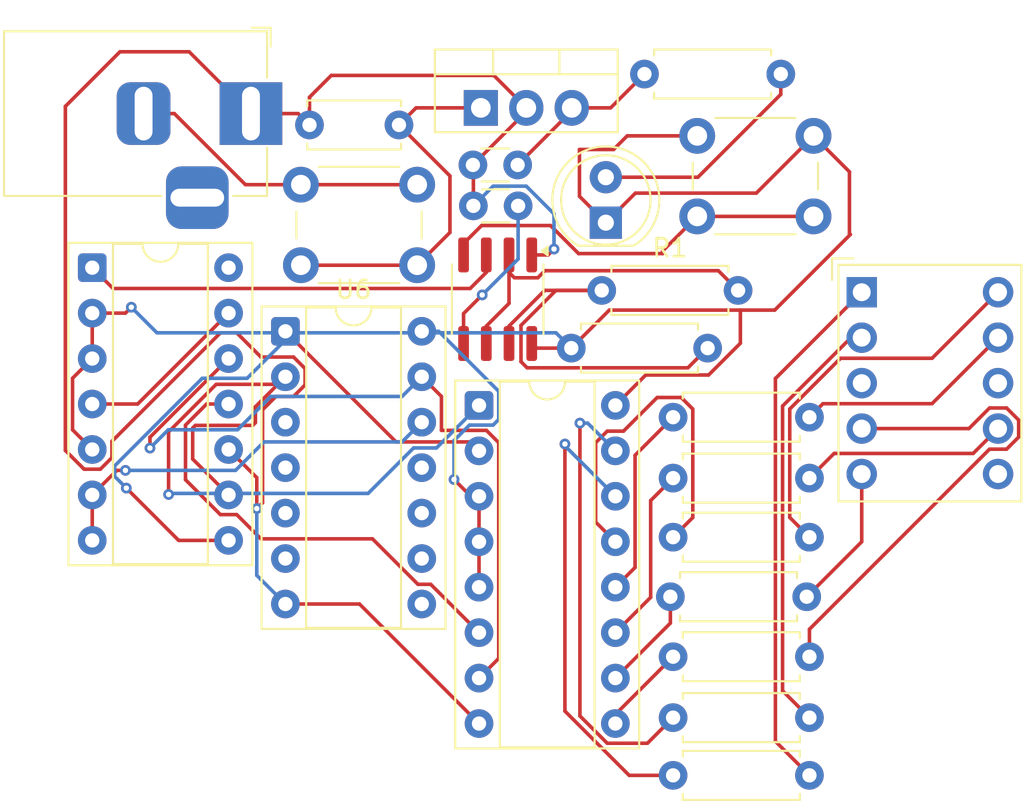
<source format=kicad_pcb>
(kicad_pcb (version 20241229) (generator "pcbnew") (generator_version "9.0")
  (layers (0 "F.Cu" signal) (2 "B.Cu" signal) (13 "F.Paste" user) (15 "B.Paste" user) (5 "F.SilkS" user "F.Silkscreen") (7 "B.SilkS" user "B.Silkscreen") (1 "F.Mask" user) (3 "B.Mask" user) (25 "Edge.Cuts" user))
  (net 0 "")
  (net 1 "Net-(U5-VO)")
  (net 2 "GND")
  (net 3 "Net-(U1-CV)")
  (net 4 "Net-(SW2-B)")
  (net 5 "Net-(D1-K)")
  (net 6 "Net-(D1-A)")
  (net 7 "Net-(SW2-A)")
  (net 8 "Net-(U1-THR)")
  (net 9 "Net-(U1-DIS)")
  (net 10 "Net-(U4-B)")
  (net 11 "Net-(U3-b)")
  (net 12 "Net-(U3-c)")
  (net 13 "Net-(U4-C)")
  (net 14 "Net-(U4-A)")
  (net 15 "Net-(U3-a)")
  (net 16 "Net-(U4-D)")
  (net 17 "Net-(U3-d)")
  (net 18 "Net-(U3-e)")
  (net 19 "Net-(U4-E)")
  (net 20 "Net-(U4-F)")
  (net 21 "Net-(U3-f)")
  (net 22 "Net-(U3-g)")
  (net 23 "Net-(U4-G)")
  (net 24 "Net-(SW1-B)")
  (net 25 "Net-(U1-Q)")
  (net 26 "Net-(U2-Q3)")
  (net 27 "Net-(U2-Q2)")
  (net 28 "Net-(U2-R9(1))")
  (net 30 "Net-(U2-Q1)")
  (net 31 "Net-(U2-Q0)")
  (footprint "Resistor_THT:R_Axial_DIN0207_L6.3mm_D2.5mm_P7.62mm_Horizontal" (layer "F.Cu") (at 109.8804 70.4088)
    (property "Reference" "R4" (hide yes))
    (property "Value" "220" (hide yes))
    (pad "1" thru_hole circle (at 0 0) (size 1.6 1.6) (drill 0.8) (layers "*.Cu" "*.Mask") (net 12 "Net-(U3-c)"))
    (pad "2" thru_hole circle (at 7.62 0) (size 1.6 1.6) (drill 0.8) (layers "*.Cu" "*.Mask") (net 13 "Net-(U4-C)"))
  )
  (footprint "Package_DIP:DIP-16_W7.62mm_Socket" (layer "F.Cu") (at 99.0346 66.3448)
    (property "Reference" "U3" (hide yes))
    (property "Value" "74LS47" (hide yes))
    (pad "1" thru_hole roundrect (at 0 0) (size 1.6 1.6) (drill 0.8) (layers "*.Cu" "*.Mask") (roundrect_rratio 0.15625) (net 30 "Net-(U2-Q1)"))
    (pad "2" thru_hole circle (at 0 2.54) (size 1.6 1.6) (drill 0.8) (layers "*.Cu" "*.Mask") (net 27 "Net-(U2-Q2)"))
    (pad "3" thru_hole circle (at 0 5.08) (size 1.6 1.6) (drill 0.8) (layers "*.Cu" "*.Mask") (net 5 "Net-(D1-K)"))
    (pad "4" thru_hole circle (at 0 7.62) (size 1.6 1.6) (drill 0.8) (layers "*.Cu" "*.Mask") (net 5 "Net-(D1-K)"))
    (pad "5" thru_hole circle (at 0 10.16) (size 1.6 1.6) (drill 0.8) (layers "*.Cu" "*.Mask") (net 5 "Net-(D1-K)"))
    (pad "6" thru_hole circle (at 0 12.7) (size 1.6 1.6) (drill 0.8) (layers "*.Cu" "*.Mask") (net 26 "Net-(U2-Q3)"))
    (pad "7" thru_hole circle (at 0 15.24) (size 1.6 1.6) (drill 0.8) (layers "*.Cu" "*.Mask") (net 31 "Net-(U2-Q0)"))
    (pad "8" thru_hole circle (at 0 17.78) (size 1.6 1.6) (drill 0.8) (layers "*.Cu" "*.Mask") (net 2 "GND"))
    (pad "9" thru_hole circle (at 7.62 17.78) (size 1.6 1.6) (drill 0.8) (layers "*.Cu" "*.Mask") (net 18 "Net-(U3-e)"))
    (pad "10" thru_hole circle (at 7.62 15.24) (size 1.6 1.6) (drill 0.8) (layers "*.Cu" "*.Mask") (net 17 "Net-(U3-d)"))
    (pad "11" thru_hole circle (at 7.62 12.7) (size 1.6 1.6) (drill 0.8) (layers "*.Cu" "*.Mask") (net 12 "Net-(U3-c)"))
    (pad "12" thru_hole circle (at 7.62 10.16) (size 1.6 1.6) (drill 0.8) (layers "*.Cu" "*.Mask") (net 11 "Net-(U3-b)"))
    (pad "13" thru_hole circle (at 7.62 7.62) (size 1.6 1.6) (drill 0.8) (layers "*.Cu" "*.Mask") (net 15 "Net-(U3-a)"))
    (pad "14" thru_hole circle (at 7.62 5.08) (size 1.6 1.6) (drill 0.8) (layers "*.Cu" "*.Mask") (net 22 "Net-(U3-g)"))
    (pad "15" thru_hole circle (at 7.62 2.54) (size 1.6 1.6) (drill 0.8) (layers "*.Cu" "*.Mask") (net 21 "Net-(U3-f)"))
    (pad "16" thru_hole circle (at 7.62 0) (size 1.6 1.6) (drill 0.8) (layers "*.Cu" "*.Mask") (net 5 "Net-(D1-K)"))
  )
  (footprint "Capacitor_THT:C_Disc_D5.0mm_W2.5mm_P5.00mm" (layer "F.Cu") (at 89.5604 50.673)
    (property "Reference" "C5" (hide yes))
    (property "Value" "0.33uF" (hide yes))
    (pad "1" thru_hole circle (at 0 0) (size 1.6 1.6) (drill 0.8) (layers "*.Cu" "*.Mask") (net 2 "GND"))
    (pad "2" thru_hole circle (at 5 0) (size 1.6 1.6) (drill 0.8) (layers "*.Cu" "*.Mask") (net 4 "Net-(SW2-B)"))
  )
  (footprint "Resistor_THT:R_Axial_DIN0207_L6.3mm_D2.5mm_P7.62mm_Horizontal" (layer "F.Cu") (at 109.8804 67.0052)
    (property "Reference" "R3" (hide yes))
    (property "Value" "220" (hide yes))
    (pad "1" thru_hole circle (at 0 0) (size 1.6 1.6) (drill 0.8) (layers "*.Cu" "*.Mask") (net 11 "Net-(U3-b)"))
    (pad "2" thru_hole circle (at 7.62 0) (size 1.6 1.6) (drill 0.8) (layers "*.Cu" "*.Mask") (net 10 "Net-(U4-B)"))
  )
  (footprint "Resistor_THT:R_Axial_DIN0207_L6.3mm_D2.5mm_P7.62mm_Horizontal" (layer "F.Cu") (at 109.8804 80.391)
    (property "Reference" "R7" (hide yes))
    (property "Value" "220" (hide yes))
    (pad "1" thru_hole circle (at 0 0) (size 1.6 1.6) (drill 0.8) (layers "*.Cu" "*.Mask") (net 18 "Net-(U3-e)"))
    (pad "2" thru_hole circle (at 7.62 0) (size 1.6 1.6) (drill 0.8) (layers "*.Cu" "*.Mask") (net 19 "Net-(U4-E)"))
  )
  (footprint "Package_DIP:DIP-14_W7.62mm_Socket" (layer "F.Cu") (at 88.2142 62.2046)
    (property "Reference" "U6" (at 3.81 -2.33 0) (layer "F.SilkS"))
    (property "Value" "74LS11" (hide yes))
    (pad "1" thru_hole roundrect (at 0 0) (size 1.6 1.6) (drill 0.8) (layers "*.Cu" "*.Mask") (roundrect_rratio 0.15625) (net 27 "Net-(U2-Q2)"))
    (pad "2" thru_hole circle (at 0 2.54) (size 1.6 1.6) (drill 0.8) (layers "*.Cu" "*.Mask") (net 30 "Net-(U2-Q1)"))
    (pad "3" thru_hole circle (at 0 5.08) (size 1.6 1.6) (drill 0.8) (layers "*.Cu" "*.Mask"))
    (pad "4" thru_hole circle (at 0 7.62) (size 1.6 1.6) (drill 0.8) (layers "*.Cu" "*.Mask"))
    (pad "5" thru_hole circle (at 0 10.16) (size 1.6 1.6) (drill 0.8) (layers "*.Cu" "*.Mask"))
    (pad "6" thru_hole circle (at 0 12.7) (size 1.6 1.6) (drill 0.8) (layers "*.Cu" "*.Mask"))
    (pad "7" thru_hole circle (at 0 15.24) (size 1.6 1.6) (drill 0.8) (layers "*.Cu" "*.Mask") (net 2 "GND"))
    (pad "8" thru_hole circle (at 7.62 15.24) (size 1.6 1.6) (drill 0.8) (layers "*.Cu" "*.Mask"))
    (pad "9" thru_hole circle (at 7.62 12.7) (size 1.6 1.6) (drill 0.8) (layers "*.Cu" "*.Mask"))
    (pad "10" thru_hole circle (at 7.62 10.16) (size 1.6 1.6) (drill 0.8) (layers "*.Cu" "*.Mask"))
    (pad "11" thru_hole circle (at 7.62 7.62) (size 1.6 1.6) (drill 0.8) (layers "*.Cu" "*.Mask"))
    (pad "12" thru_hole circle (at 7.62 5.08) (size 1.6 1.6) (drill 0.8) (layers "*.Cu" "*.Mask") (net 28 "Net-(U2-R9(1))"))
    (pad "13" thru_hole circle (at 7.62 2.54) (size 1.6 1.6) (drill 0.8) (layers "*.Cu" "*.Mask") (net 31 "Net-(U2-Q0)"))
    (pad "14" thru_hole circle (at 7.62 0) (size 1.6 1.6) (drill 0.8) (layers "*.Cu" "*.Mask") (net 5 "Net-(D1-K)"))
  )
  (footprint "Package_TO_SOT_THT:TO-220-3_Vertical" (layer "F.Cu") (at 99.1362 49.718)
    (property "Reference" "U5" (hide yes))
    (property "Value" "LM7805_TO220" (hide yes))
    (pad "1" thru_hole rect (at 0 0) (size 1.905 2) (drill 1.1) (layers "*.Cu" "*.Mask") (net 4 "Net-(SW2-B)"))
    (pad "2" thru_hole oval (at 2.54 0) (size 1.905 2) (drill 1.1) (layers "*.Cu" "*.Mask") (net 2 "GND"))
    (pad "3" thru_hole oval (at 5.08 0) (size 1.905 2) (drill 1.1) (layers "*.Cu" "*.Mask") (net 1 "Net-(U5-VO)"))
  )
  (footprint "Resistor_THT:R_Axial_DIN0207_L6.3mm_D2.5mm_P7.62mm_Horizontal" (layer "F.Cu") (at 109.8804 73.7108)
    (property "Reference" "R5" (hide yes))
    (property "Value" "220" (hide yes))
    (pad "1" thru_hole circle (at 0 0) (size 1.6 1.6) (drill 0.8) (layers "*.Cu" "*.Mask") (net 15 "Net-(U3-a)"))
    (pad "2" thru_hole circle (at 7.62 0) (size 1.6 1.6) (drill 0.8) (layers "*.Cu" "*.Mask") (net 14 "Net-(U4-A)"))
  )
  (footprint "Package_DIP:DIP-14_W7.62mm_Socket" (layer "F.Cu") (at 77.4192 58.6486)
    (property "Reference" "U2" (hide yes))
    (property "Value" "74LS90" (hide yes))
    (pad "1" thru_hole roundrect (at 0 0) (size 1.6 1.6) (drill 0.8) (layers "*.Cu" "*.Mask") (roundrect_rratio 0.15625) (net 25 "Net-(U1-Q)"))
    (pad "2" thru_hole circle (at 0 2.54) (size 1.6 1.6) (drill 0.8) (layers "*.Cu" "*.Mask") (net 5 "Net-(D1-K)"))
    (pad "3" thru_hole circle (at 0 5.08) (size 1.6 1.6) (drill 0.8) (layers "*.Cu" "*.Mask") (net 5 "Net-(D1-K)"))
    (pad "4" thru_hole circle (at 0 7.62) (size 1.6 1.6) (drill 0.8) (layers "*.Cu" "*.Mask"))
    (pad "5" thru_hole circle (at 0 10.16) (size 1.6 1.6) (drill 0.8) (layers "*.Cu" "*.Mask") (net 5 "Net-(D1-K)"))
    (pad "6" thru_hole circle (at 0 12.7) (size 1.6 1.6) (drill 0.8) (layers "*.Cu" "*.Mask") (net 28 "Net-(U2-R9(1))"))
    (pad "7" thru_hole circle (at 0 15.24) (size 1.6 1.6) (drill 0.8) (layers "*.Cu" "*.Mask") (net 28 "Net-(U2-R9(1))"))
    (pad "8" thru_hole circle (at 7.62 15.24) (size 1.6 1.6) (drill 0.8) (layers "*.Cu" "*.Mask") (net 27 "Net-(U2-Q2)"))
    (pad "9" thru_hole circle (at 7.62 12.7) (size 1.6 1.6) (drill 0.8) (layers "*.Cu" "*.Mask") (net 30 "Net-(U2-Q1)"))
    (pad "10" thru_hole circle (at 7.62 10.16) (size 1.6 1.6) (drill 0.8) (layers "*.Cu" "*.Mask") (net 2 "GND"))
    (pad "11" thru_hole circle (at 7.62 7.62) (size 1.6 1.6) (drill 0.8) (layers "*.Cu" "*.Mask") (net 26 "Net-(U2-Q3)"))
    (pad "12" thru_hole circle (at 7.62 5.08) (size 1.6 1.6) (drill 0.8) (layers "*.Cu" "*.Mask") (net 31 "Net-(U2-Q0)"))
    (pad "13" thru_hole circle (at 7.62 2.54) (size 1.6 1.6) (drill 0.8) (layers "*.Cu" "*.Mask"))
    (pad "14" thru_hole circle (at 7.62 0) (size 1.6 1.6) (drill 0.8) (layers "*.Cu" "*.Mask"))
  )
  (footprint "Resistor_THT:R_Axial_DIN0207_L6.3mm_D2.5mm_P7.62mm_Horizontal" (layer "F.Cu") (at 115.9002 47.8282 180)
    (property "Reference" "R2" (hide yes))
    (property "Value" "10k")
    (pad "1" thru_hole circle (at 0 0 180) (size 1.6 1.6) (drill 0.8) (layers "*.Cu" "*.Mask") (net 6 "Net-(D1-A)"))
    (pad "2" thru_hole circle (at 7.62 0 180) (size 1.6 1.6) (drill 0.8) (layers "*.Cu" "*.Mask") (net 1 "Net-(U5-VO)"))
  )
  (footprint "Resistor_THT:R_Axial_DIN0207_L6.3mm_D2.5mm_P7.62mm_Horizontal" (layer "F.Cu") (at 104.1908 63.1444)
    (property "Reference" "R10" (hide yes))
    (property "Value" "100k" (hide yes))
    (pad "1" thru_hole circle (at 0 0) (size 1.6 1.6) (drill 0.8) (layers "*.Cu" "*.Mask") (net 5 "Net-(D1-K)"))
    (pad "2" thru_hole circle (at 7.62 0) (size 1.6 1.6) (drill 0.8) (layers "*.Cu" "*.Mask") (net 9 "Net-(U1-DIS)"))
  )
  (footprint "Package_SO:SOIC-8_3.9x4.9mm_P1.27mm" (layer "F.Cu") (at 100.076 60.4124 -90)
    (property "Reference" "U1" (hide yes))
    (property "Value" "NE555D" (hide yes))
    (pad "1" smd roundrect (at -2.475 -1.905 270) (size 1.95 0.6) (layers "F.Cu" "F.Mask" "F.Paste") (net 2 "GND"))
    (pad "2" smd roundrect (at -2.475 -0.635 270) (size 1.95 0.6) (layers "F.Cu" "F.Mask" "F.Paste") (net 8 "Net-(U1-THR)"))
    (pad "3" smd roundrect (at -2.475 0.635 270) (size 1.95 0.6) (layers "F.Cu" "F.Mask" "F.Paste") (net 25 "Net-(U1-Q)"))
    (pad "4" smd roundrect (at -2.475 1.905 270) (size 1.95 0.6) (layers "F.Cu" "F.Mask" "F.Paste") (net 24 "Net-(SW1-B)"))
    (pad "5" smd roundrect (at 2.475 1.905 270) (size 1.95 0.6) (layers "F.Cu" "F.Mask" "F.Paste") (net 3 "Net-(U1-CV)"))
    (pad "6" smd roundrect (at 2.475 0.635 270) (size 1.95 0.6) (layers "F.Cu" "F.Mask" "F.Paste") (net 8 "Net-(U1-THR)"))
    (pad "7" smd roundrect (at 2.475 -0.635 270) (size 1.95 0.6) (layers "F.Cu" "F.Mask" "F.Paste") (net 9 "Net-(U1-DIS)"))
    (pad "8" smd roundrect (at 2.475 -1.905 270) (size 1.95 0.6) (layers "F.Cu" "F.Mask" "F.Paste") (net 5 "Net-(D1-K)"))
  )
  (footprint "Resistor_THT:R_Axial_DIN0207_L6.3mm_D2.5mm_P7.62mm_Horizontal" (layer "F.Cu") (at 109.728 77.0382)
    (property "Reference" "R6" (hide yes))
    (property "Value" "220" (hide yes))
    (pad "1" thru_hole circle (at 0 0) (size 1.6 1.6) (drill 0.8) (layers "*.Cu" "*.Mask") (net 17 "Net-(U3-d)"))
    (pad "2" thru_hole circle (at 7.62 0) (size 1.6 1.6) (drill 0.8) (layers "*.Cu" "*.Mask") (net 16 "Net-(U4-D)"))
  )
  (footprint "Resistor_THT:R_Axial_DIN0207_L6.3mm_D2.5mm_P7.62mm_Horizontal" (layer "F.Cu") (at 109.8804 87.0204)
    (property "Reference" "R9" (hide yes))
    (property "Value" "220" (hide yes))
    (pad "1" thru_hole circle (at 0 0) (size 1.6 1.6) (drill 0.8) (layers "*.Cu" "*.Mask") (net 22 "Net-(U3-g)"))
    (pad "2" thru_hole circle (at 7.62 0) (size 1.6 1.6) (drill 0.8) (layers "*.Cu" "*.Mask") (net 23 "Net-(U4-G)"))
  )
  (footprint "Capacitor_THT:C_Disc_D3.0mm_W1.6mm_P2.50mm" (layer "F.Cu") (at 98.719 55.1942)
    (property "Reference" "C4" (hide yes))
    (property "Value" "0.01uF" (hide yes))
    (pad "1" thru_hole circle (at 0 0) (size 1.6 1.6) (drill 0.8) (layers "*.Cu" "*.Mask") (net 2 "GND"))
    (pad "2" thru_hole circle (at 2.5 0) (size 1.6 1.6) (drill 0.8) (layers "*.Cu" "*.Mask") (net 3 "Net-(U1-CV)"))
  )
  (footprint "Display_7Segment:Sx39-1xxxxx" (layer "F.Cu") (at 120.4219 60.0207)
    (property "Reference" "U4" (hide yes))
    (property "Value" "SC39-11EWA")
    (pad "1" thru_hole rect (at 0 0) (size 1.7 1.7) (drill 1) (layers "*.Cu" "*.Mask") (net 23 "Net-(U4-G)"))
    (pad "2" thru_hole circle (at 0 2.54) (size 1.7 1.7) (drill 1) (layers "*.Cu" "*.Mask") (net 20 "Net-(U4-F)"))
    (pad "3" thru_hole circle (at 0 5.08) (size 1.7 1.7) (drill 1) (layers "*.Cu" "*.Mask"))
    (pad "4" thru_hole circle (at 0 7.62) (size 1.7 1.7) (drill 1) (layers "*.Cu" "*.Mask") (net 19 "Net-(U4-E)"))
    (pad "5" thru_hole circle (at 0 10.16) (size 1.7 1.7) (drill 1) (layers "*.Cu" "*.Mask") (net 16 "Net-(U4-D)"))
    (pad "6" thru_hole circle (at 7.62 10.16) (size 1.7 1.7) (drill 1) (layers "*.Cu" "*.Mask"))
    (pad "7" thru_hole circle (at 7.62 7.62) (size 1.7 1.7) (drill 1) (layers "*.Cu" "*.Mask") (net 13 "Net-(U4-C)"))
    (pad "8" thru_hole circle (at 7.62 5.08) (size 1.7 1.7) (drill 1) (layers "*.Cu" "*.Mask"))
    (pad "9" thru_hole circle (at 7.62 2.54) (size 1.7 1.7) (drill 1) (layers "*.Cu" "*.Mask") (net 10 "Net-(U4-B)"))
    (pad "10" thru_hole circle (at 7.62 0) (size 1.7 1.7) (drill 1) (layers "*.Cu" "*.Mask") (net 14 "Net-(U4-A)"))
  )
  (footprint "LED_THT:LED_D5.0mm" (layer "F.Cu") (at 106.1212 56.134 90)
    (property "Reference" "D1" (hide yes))
    (property "Value" "LED")
    (pad "1" thru_hole rect (at 0 0 90) (size 1.8 1.8) (drill 0.9) (layers "*.Cu" "*.Mask") (net 5 "Net-(D1-K)"))
    (pad "2" thru_hole circle (at 2.54 0 90) (size 1.8 1.8) (drill 0.9) (layers "*.Cu" "*.Mask") (net 6 "Net-(D1-A)"))
  )
  (footprint "Resistor_THT:R_Axial_DIN0207_L6.3mm_D2.5mm_P7.62mm_Horizontal" (layer "F.Cu") (at 105.8926 59.9186)
    (property "Reference" "R1" (at 3.81 -2.37 0) (layer "F.SilkS"))
    (property "Value" "10k" (hide yes))
    (pad "1" thru_hole circle (at 0 0) (size 1.6 1.6) (drill 0.8) (layers "*.Cu" "*.Mask") (net 9 "Net-(U1-DIS)"))
    (pad "2" thru_hole circle (at 7.62 0) (size 1.6 1.6) (drill 0.8) (layers "*.Cu" "*.Mask") (net 8 "Net-(U1-THR)"))
  )
  (footprint "Button_Switch_THT:SW_PUSH_6mm" (layer "F.Cu") (at 111.229 51.2826)
    (property "Reference" "SW1" (hide yes))
    (property "Value" "SW_SPST" (hide yes))
    (pad "1" thru_hole circle (at 0 0 90) (size 2 2) (drill 1.1) (layers "*.Cu" "*.Mask") (net 5 "Net-(D1-K)"))
    (pad "1" thru_hole circle (at 6.5 0 90) (size 2 2) (drill 1.1) (layers "*.Cu" "*.Mask") (net 5 "Net-(D1-K)"))
    (pad "2" thru_hole circle (at 0 4.5 90) (size 2 2) (drill 1.1) (layers "*.Cu" "*.Mask") (net 24 "Net-(SW1-B)"))
    (pad "2" thru_hole circle (at 6.5 4.5 90) (size 2 2) (drill 1.1) (layers "*.Cu" "*.Mask") (net 24 "Net-(SW1-B)"))
  )
  (footprint "Capacitor_THT:C_Disc_D3.0mm_W1.6mm_P2.50mm" (layer "F.Cu") (at 98.6936 52.9082)
    (property "Reference" "C3" (hide yes))
    (property "Value" "0.1uF" (hide yes))
    (pad "1" thru_hole circle (at 0 0) (size 1.6 1.6) (drill 0.8) (layers "*.Cu" "*.Mask") (net 2 "GND"))
    (pad "2" thru_hole circle (at 2.5 0) (size 1.6 1.6) (drill 0.8) (layers "*.Cu" "*.Mask") (net 1 "Net-(U5-VO)"))
  )
  (footprint "Resistor_THT:R_Axial_DIN0207_L6.3mm_D2.5mm_P7.62mm_Horizontal" (layer "F.Cu") (at 109.8804 83.7946)
    (property "Reference" "R8" (hide yes))
    (property "Value" "220" (hide yes))
    (pad "1" thru_hole circle (at 0 0) (size 1.6 1.6) (drill 0.8) (layers "*.Cu" "*.Mask") (net 21 "Net-(U3-f)"))
    (pad "2" thru_hole circle (at 7.62 0) (size 1.6 1.6) (drill 0.8) (layers "*.Cu" "*.Mask") (net 20 "Net-(U4-F)"))
  )
  (footprint "Button_Switch_THT:SW_PUSH_6mm" (layer "F.Cu") (at 89.079 54.011)
    (property "Reference" "SW2" (hide yes))
    (property "Value" "SW_SPST" (hide yes))
    (pad "1" thru_hole circle (at 0 0 90) (size 2 2) (drill 1.1) (layers "*.Cu" "*.Mask") (net 7 "Net-(SW2-A)"))
    (pad "1" thru_hole circle (at 6.5 0 90) (size 2 2) (drill 1.1) (layers "*.Cu" "*.Mask") (net 7 "Net-(SW2-A)"))
    (pad "2" thru_hole circle (at 0 4.5 90) (size 2 2) (drill 1.1) (layers "*.Cu" "*.Mask") (net 4 "Net-(SW2-B)"))
    (pad "2" thru_hole circle (at 6.5 4.5 90) (size 2 2) (drill 1.1) (layers "*.Cu" "*.Mask") (net 4 "Net-(SW2-B)"))
  )
  (footprint "Connector_BarrelJack:BarrelJack_Horizontal" (layer "F.Cu") (at 86.2894 50.038)
    (property "Reference" "J1" (hide yes))
    (property "Value" "Barrel_Jack")
    (pad "1" thru_hole rect (at 0 0) (size 3.5 3.5) (drill oval 1 3) (layers "*.Cu" "*.Mask") (net 2 "GND"))
    (pad "2" thru_hole roundrect (at -6 0) (size 3 3.5) (drill oval 1 3) (layers "*.Cu" "*.Mask") (net 7 "Net-(SW2-A)"))
    (pad "3" thru_hole roundrect (at -3 4.7) (size 3.5 3.5) (drill oval 3 1) (layers "*.Cu" "*.Mask"))
  )
  (segment (start 77.4192 66.2686) (end 79.9592 66.2686) (width 0.2) (layer "F.Cu") (net 0))
  (segment (start 79.9592 66.2686) (end 85.0392 61.1886) (width 0.2) (layer "F.Cu") (net 0))
  (segment (start 106.3904 49.718) (end 108.2802 47.8282) (width 0.2) (layer "F.Cu") (net 1))
  (segment (start 104.2162 49.718) (end 104.2162 49.8856) (width 0.2) (layer "F.Cu") (net 1))
  (segment (start 104.2162 49.718) (end 106.3904 49.718) (width 0.2) (layer "F.Cu") (net 1))
  (segment (start 104.2162 49.8856) (end 101.1936 52.9082) (width 0.2) (layer "F.Cu") (net 1))
  (segment (start 76.96315 69.9096) (end 75.9172 68.86365) (width 0.2) (layer "F.Cu") (net 2))
  (segment (start 85.0392 68.8086) (end 86.614 70.3834) (width 0.2) (layer "F.Cu") (net 2))
  (segment (start 101.6762 49.9256) (end 101.6762 49.718) (width 0.2) (layer "F.Cu") (net 2))
  (segment (start 89.3152 64.28855) (end 88.67025 63.6436) (width 0.2) (layer "F.Cu") (net 2))
  (segment (start 89.5604 49.1236) (end 89.5604 50.673) (width 0.2) (layer "F.Cu") (net 2))
  (segment (start 102.8954 57.9374) (end 103.2256 57.6072) (width 0.2) (layer "F.Cu") (net 2))
  (segment (start 75.9172 68.86365) (end 75.9172 49.635) (width 0.2) (layer "F.Cu") (net 2))
  (segment (start 101.6762 49.718) (end 99.8626 47.9044) (width 0.2) (layer "F.Cu") (net 2))
  (segment (start 84.58315 62.2896) (end 78.5202 68.35255) (width 0.2) (layer "F.Cu") (net 2))
  (segment (start 87.6803 65.8456) (end 88.67025 65.8456) (width 0.2) (layer "F.Cu") (net 2))
  (segment (start 86.614 72.1106) (end 86.9388 71.7858) (width 0.2) (layer "F.Cu") (net 2))
  (segment (start 75.9172 49.635) (end 78.9686 46.5836) (width 0.2) (layer "F.Cu") (net 2))
  (segment (start 92.3544 77.4446) (end 99.0346 84.1248) (width 0.2) (layer "F.Cu") (net 2))
  (segment (start 98.719 52.9336) (end 98.6936 52.9082) (width 0.2) (layer "F.Cu") (net 2))
  (segment (start 99.8626 47.9044) (end 90.7796 47.9044) (width 0.2) (layer "F.Cu") (net 2))
  (segment (start 78.5202 68.35255) (end 78.5202 69.26465) (width 0.2) (layer "F.Cu") (net 2))
  (segment (start 86.9388 66.5871) (end 87.6803 65.8456) (width 0.2) (layer "F.Cu") (net 2))
  (segment (start 86.2894 50.038) (end 88.9254 50.038) (width 0.2) (layer "F.Cu") (net 2))
  (segment (start 88.9254 50.038) (end 89.5604 50.673) (width 0.2) (layer "F.Cu") (net 2))
  (segment (start 78.5202 69.26465) (end 77.87525 69.9096) (width 0.2) (layer "F.Cu") (net 2))
  (segment (start 86.9388 71.7858) (end 86.9388 66.5871) (width 0.2) (layer "F.Cu") (net 2))
  (segment (start 86.84925 63.6436) (end 85.49525 62.2896) (width 0.2) (layer "F.Cu") (net 2))
  (segment (start 86.2894 49.3758) (end 86.2894 50.038) (width 0.2) (layer "F.Cu") (net 2))
  (segment (start 82.835 46.5836) (end 86.2894 50.038) (width 0.2) (layer "F.Cu") (net 2))
  (segment (start 88.2142 77.4446) (end 92.3544 77.4446) (width 0.2) (layer "F.Cu") (net 2))
  (segment (start 98.719 55.1942) (end 98.719 52.9336) (width 0.2) (layer "F.Cu") (net 2))
  (segment (start 101.981 57.9374) (end 102.8954 57.9374) (width 0.2) (layer "F.Cu") (net 2))
  (segment (start 88.67025 65.8456) (end 89.3152 65.20065) (width 0.2) (layer "F.Cu") (net 2))
  (segment (start 85.49525 62.2896) (end 84.58315 62.2896) (width 0.2) (layer "F.Cu") (net 2))
  (segment (start 89.3152 65.20065) (end 89.3152 64.28855) (width 0.2) (layer "F.Cu") (net 2))
  (segment (start 90.7796 47.9044) (end 89.5604 49.1236) (width 0.2) (layer "F.Cu") (net 2))
  (segment (start 78.9686 46.5836) (end 82.835 46.5836) (width 0.2) (layer "F.Cu") (net 2))
  (segment (start 86.614 70.3834) (end 86.614 72.1106) (width 0.2) (layer "F.Cu") (net 2))
  (segment (start 98.6936 52.9082) (end 101.6762 49.9256) (width 0.2) (layer "F.Cu") (net 2))
  (segment (start 88.67025 63.6436) (end 86.84925 63.6436) (width 0.2) (layer "F.Cu") (net 2))
  (segment (start 77.87525 69.9096) (end 76.96315 69.9096) (width 0.2) (layer "F.Cu") (net 2))
  (via (at 86.614 72.1106) (size 0.6) (drill 0.3) (layers "F.Cu" "B.Cu") (net 2))
  (via (at 103.2256 57.6072) (size 0.6) (drill 0.3) (layers "F.Cu" "B.Cu") (net 2))
  (segment (start 86.614 75.8444) (end 88.2142 77.4446) (width 0.2) (layer "B.Cu") (net 2))
  (segment (start 86.614 72.1106) (end 86.614 75.8444) (width 0.2) (layer "B.Cu") (net 2))
  (segment (start 101.67505 54.0932) (end 99.82 54.0932) (width 0.2) (layer "B.Cu") (net 2))
  (segment (start 103.2256 57.6072) (end 103.2256 55.64375) (width 0.2) (layer "B.Cu") (net 2))
  (segment (start 103.2256 55.64375) (end 101.67505 54.0932) (width 0.2) (layer "B.Cu") (net 2))
  (segment (start 99.82 54.0932) (end 98.719 55.1942) (width 0.2) (layer "B.Cu") (net 2))
  (segment (start 98.171 61.214) (end 99.2124 60.1726) (width 0.2) (layer "F.Cu") (net 3))
  (segment (start 98.171 62.8874) (end 98.171 61.214) (width 0.2) (layer "F.Cu") (net 3))
  (via (at 99.2124 60.1726) (size 0.6) (drill 0.3) (layers "F.Cu" "B.Cu") (net 3))
  (segment (start 99.2124 60.1726) (end 101.219 58.166) (width 0.2) (layer "B.Cu") (net 3))
  (segment (start 101.219 58.166) (end 101.219 55.1942) (width 0.2) (layer "B.Cu") (net 3))
  (segment (start 94.5604 50.673) (end 97.409 53.5216) (width 0.2) (layer "F.Cu") (net 4))
  (segment (start 97.409 56.681) (end 95.579 58.511) (width 0.2) (layer "F.Cu") (net 4))
  (segment (start 97.409 53.5216) (end 97.409 56.681) (width 0.2) (layer "F.Cu") (net 4))
  (segment (start 89.079 58.511) (end 95.579 58.511) (width 0.2) (layer "F.Cu") (net 4))
  (segment (start 99.1362 49.718) (end 95.5154 49.718) (width 0.2) (layer "F.Cu") (net 4))
  (segment (start 95.5154 49.718) (end 94.5604 50.673) (width 0.2) (layer "F.Cu") (net 4))
  (segment (start 117.729 51.2826) (end 114.53 54.4816) (width 0.2) (layer "F.Cu") (net 5))
  (segment (start 98.5774 71.4248) (end 97.6376 70.485) (width 0.2) (layer "F.Cu") (net 5))
  (segment (start 99.0346 71.4248) (end 98.5774 71.4248) (width 0.2) (layer "F.Cu") (net 5))
  (segment (start 77.4192 63.7286) (end 77.4192 61.1886) (width 0.2) (layer "F.Cu") (net 5))
  (segment (start 108.353 64.6464) (end 111.86585 64.6464) (width 0.2) (layer "F.Cu") (net 5))
  (segment (start 107.315 51.2826) (end 111.229 51.2826) (width 0.2) (layer "F.Cu") (net 5))
  (segment (start 106.3156 61.0196) (end 113.6396 61.0196) (width 0.2) (layer "F.Cu") (net 5))
  (segment (start 106.6546 66.3448) (end 108.353 64.6464) (width 0.2) (layer "F.Cu") (net 5))
  (segment (start 76.3182 67.7076) (end 76.3182 64.8296) (width 0.2) (layer "F.Cu") (net 5))
  (segment (start 102.238 63.1444) (end 101.981 62.8874) (width 0.2) (layer "F.Cu") (net 5))
  (segment (start 104.1908 63.1444) (end 106.3156 61.0196) (width 0.2) (layer "F.Cu") (net 5))
  (segment (start 79.2734 61.1886) (end 79.6036 60.8584) (width 0.2) (layer "F.Cu") (net 5))
  (segment (start 104.648 54.6608) (end 104.648 52.0446) (width 0.2) (layer "F.Cu") (net 5))
  (segment (start 119.7356 53.2892) (end 117.729 51.2826) (width 0.2) (layer "F.Cu") (net 5))
  (segment (start 104.648 52.0446) (end 106.553 52.0446) (width 0.2) (layer "F.Cu") (net 5))
  (segment (start 115.5612 61.0196) (end 119.7864 56.7944) (width 0.2) (layer "F.Cu") (net 5))
  (segment (start 77.4192 68.8086) (end 76.3182 67.7076) (width 0.2) (layer "F.Cu") (net 5))
  (segment (start 99.0346 76.5048) (end 99.0346 73.9648) (width 0.2) (layer "F.Cu") (net 5))
  (segment (start 113.6396 62.87265) (end 113.6396 61.0196) (width 0.2) (layer "F.Cu") (net 5))
  (segment (start 77.4192 61.1886) (end 79.2734 61.1886) (width 0.2) (layer "F.Cu") (net 5))
  (segment (start 119.7864 56.7944) (end 119.7356 56.7436) (width 0.2) (layer "F.Cu") (net 5))
  (segment (start 107.7736 54.4816) (end 106.1212 56.134) (width 0.2) (layer "F.Cu") (net 5))
  (segment (start 114.53 54.4816) (end 107.7736 54.4816) (width 0.2) (layer "F.Cu") (net 5))
  (segment (start 106.553 52.0446) (end 107.315 51.2826) (width 0.2) (layer "F.Cu") (net 5))
  (segment (start 113.6396 61.0196) (end 115.5612 61.0196) (width 0.2) (layer "F.Cu") (net 5))
  (segment (start 119.7356 56.7436) (end 119.7356 53.2892) (width 0.2) (layer "F.Cu") (net 5))
  (segment (start 106.1212 56.134) (end 104.648 54.6608) (width 0.2) (layer "F.Cu") (net 5))
  (segment (start 104.1908 63.1444) (end 102.238 63.1444) (width 0.2) (layer "F.Cu") (net 5))
  (segment (start 99.0346 73.9648) (end 99.0346 71.4248) (width 0.2) (layer "F.Cu") (net 5))
  (segment (start 111.86585 64.6464) (end 113.6396 62.87265) (width 0.2) (layer "F.Cu") (net 5))
  (segment (start 76.3182 64.8296) (end 77.4192 63.7286) (width 0.2) (layer "F.Cu") (net 5))
  (via (at 79.6036 60.8584) (size 0.6) (drill 0.3) (layers "F.Cu" "B.Cu") (net 5))
  (via (at 97.6376 70.485) (size 0.6) (drill 0.3) (layers "F.Cu" "B.Cu") (net 5))
  (segment (start 100.1356 67.12996) (end 100.1356 65.55964) (width 0.2) (layer "B.Cu") (net 5))
  (segment (start 100.1356 65.55964) (end 96.78056 62.2046) (width 0.2) (layer "B.Cu") (net 5))
  (segment (start 79.6036 60.8584) (end 81.0348 62.2896) (width 0.2) (layer "B.Cu") (net 5))
  (segment (start 97.6376 70.485) (end 97.6376 68.3089) (width 0.2) (layer "B.Cu") (net 5))
  (segment (start 81.0348 62.2896) (end 103.336 62.2896) (width 0.2) (layer "B.Cu") (net 5))
  (segment (start 103.336 62.2896) (end 104.1908 63.1444) (width 0.2) (layer "B.Cu") (net 5))
  (segment (start 96.78056 62.2046) (end 95.8342 62.2046) (width 0.2) (layer "B.Cu") (net 5))
  (segment (start 97.6376 68.3089) (end 98.5007 67.4458) (width 0.2) (layer "B.Cu") (net 5))
  (segment (start 99.81976 67.4458) (end 100.1356 67.12996) (width 0.2) (layer "B.Cu") (net 5))
  (segment (start 98.5007 67.4458) (end 99.81976 67.4458) (width 0.2) (layer "B.Cu") (net 5))
  (segment (start 111.26577 53.594) (end 106.1212 53.594) (width 0.2) (layer "F.Cu") (net 6))
  (segment (start 115.9002 48.95957) (end 111.26577 53.594) (width 0.2) (layer "F.Cu") (net 6))
  (segment (start 115.9002 47.8282) (end 115.9002 48.95957) (width 0.2) (layer "F.Cu") (net 6))
  (segment (start 82.009812 50.038) (end 85.982812 54.011) (width 0.2) (layer "F.Cu") (net 7))
  (segment (start 95.579 54.011) (end 89.079 54.011) (width 0.2) (layer "F.Cu") (net 7))
  (segment (start 80.2894 50.038) (end 82.009812 50.038) (width 0.2) (layer "F.Cu") (net 7))
  (segment (start 85.982812 54.011) (end 89.079 54.011) (width 0.2) (layer "F.Cu") (net 7))
  (segment (start 99.441 62.8874) (end 99.441 61.912401) (width 0.2) (layer "F.Cu") (net 8))
  (segment (start 102.717768 58.8176) (end 102.321968 59.2134) (width 0.2) (layer "F.Cu") (net 8))
  (segment (start 112.4116 58.8176) (end 102.717768 58.8176) (width 0.2) (layer "F.Cu") (net 8))
  (segment (start 101.012001 59.2134) (end 100.711 58.912399) (width 0.2) (layer "F.Cu") (net 8))
  (segment (start 102.321968 59.2134) (end 101.012001 59.2134) (width 0.2) (layer "F.Cu") (net 8))
  (segment (start 113.5126 59.9186) (end 112.4116 58.8176) (width 0.2) (layer "F.Cu") (net 8))
  (segment (start 99.441 61.912401) (end 100.711 60.642401) (width 0.2) (layer "F.Cu") (net 8))
  (segment (start 100.711 58.912399) (end 100.711 57.9374) (width 0.2) (layer "F.Cu") (net 8))
  (segment (start 100.711 60.642401) (end 100.711 57.9374) (width 0.2) (layer "F.Cu") (net 8))
  (segment (start 105.4862 60.325) (end 105.8926 59.9186) (width 0.2) (layer "F.Cu") (net 9))
  (segment (start 100.711 61.912401) (end 100.711 62.8874) (width 0.2) (layer "F.Cu") (net 9))
  (segment (start 101.38 63.903368) (end 101.722032 64.2454) (width 0.2) (layer "F.Cu") (net 9))
  (segment (start 102.7048 59.9186) (end 100.711 61.912401) (width 0.2) (layer "F.Cu") (net 9))
  (segment (start 105.8926 59.9186) (end 103.332832 59.9186) (width 0.2) (layer "F.Cu") (net 9))
  (segment (start 110.7098 64.2454) (end 111.8108 63.1444) (width 0.2) (layer "F.Cu") (net 9))
  (segment (start 103.332832 59.9186) (end 101.38 61.871432) (width 0.2) (layer "F.Cu") (net 9))
  (segment (start 101.38 61.871432) (end 101.38 63.903368) (width 0.2) (layer "F.Cu") (net 9))
  (segment (start 101.722032 64.2454) (end 110.7098 64.2454) (width 0.2) (layer "F.Cu") (net 9))
  (segment (start 105.8926 59.9186) (end 102.7048 59.9186) (width 0.2) (layer "F.Cu") (net 9))
  (segment (start 117.5004 67.0052) (end 118.2539 66.2517) (width 0.2) (layer "F.Cu") (net 10))
  (segment (start 118.2539 66.2517) (end 124.3509 66.2517) (width 0.2) (layer "F.Cu") (net 10))
  (segment (start 124.3509 66.2517) (end 128.0419 62.5607) (width 0.2) (layer "F.Cu") (net 10))
  (segment (start 107.7556 75.4038) (end 106.6546 76.5048) (width 0.2) (layer "F.Cu") (net 11))
  (segment (start 109.8804 67.0052) (end 107.7556 69.13) (width 0.2) (layer "F.Cu") (net 11))
  (segment (start 107.7556 69.13) (end 107.7556 75.4038) (width 0.2) (layer "F.Cu") (net 11))
  (segment (start 109.8804 70.4088) (end 108.627 71.6622) (width 0.2) (layer "F.Cu") (net 12))
  (segment (start 108.627 77.0724) (end 106.6546 79.0448) (width 0.2) (layer "F.Cu") (net 12))
  (segment (start 108.627 71.6622) (end 108.627 77.0724) (width 0.2) (layer "F.Cu") (net 12))
  (segment (start 117.5004 70.4088) (end 118.8795 69.0297) (width 0.2) (layer "F.Cu") (net 13))
  (segment (start 126.6529 69.0297) (end 128.0419 67.6407) (width 0.2) (layer "F.Cu") (net 13))
  (segment (start 118.8795 69.0297) (end 126.6529 69.0297) (width 0.2) (layer "F.Cu") (net 13))
  (segment (start 119.23685 63.7117) (end 124.3509 63.7117) (width 0.2) (layer "F.Cu") (net 14))
  (segment (start 117.5004 73.7108) (end 116.3994 72.6098) (width 0.2) (layer "F.Cu") (net 14))
  (segment (start 124.3509 63.7117) (end 128.0419 60.0207) (width 0.2) (layer "F.Cu") (net 14))
  (segment (start 116.3994 66.54915) (end 119.23685 63.7117) (width 0.2) (layer "F.Cu") (net 14))
  (segment (start 116.3994 72.6098) (end 116.3994 66.54915) (width 0.2) (layer "F.Cu") (net 14))
  (segment (start 105.5536 68.42875) (end 105.5536 72.8638) (width 0.2) (layer "F.Cu") (net 15))
  (segment (start 106.19855 67.7838) (end 105.5536 68.42875) (width 0.2) (layer "F.Cu") (net 15))
  (segment (start 109.8804 73.7108) (end 110.9814 72.6098) (width 0.2) (layer "F.Cu") (net 15))
  (segment (start 110.9814 72.6098) (end 110.9814 66.54915) (width 0.2) (layer "F.Cu") (net 15))
  (segment (start 110.9814 66.54915) (end 110.33645 65.9042) (width 0.2) (layer "F.Cu") (net 15))
  (segment (start 108.99025 65.9042) (end 107.11065 67.7838) (width 0.2) (layer "F.Cu") (net 15))
  (segment (start 105.5536 72.8638) (end 106.6546 73.9648) (width 0.2) (layer "F.Cu") (net 15))
  (segment (start 110.33645 65.9042) (end 108.99025 65.9042) (width 0.2) (layer "F.Cu") (net 15))
  (segment (start 107.11065 67.7838) (end 106.19855 67.7838) (width 0.2) (layer "F.Cu") (net 15))
  (segment (start 117.348 77.0382) (end 120.4219 73.9643) (width 0.2) (layer "F.Cu") (net 16))
  (segment (start 120.4219 73.9643) (end 120.4219 70.1807) (width 0.2) (layer "F.Cu") (net 16))
  (segment (start 109.728 78.5114) (end 106.6546 81.5848) (width 0.2) (layer "F.Cu") (net 17))
  (segment (start 109.728 77.0382) (end 109.728 78.5114) (width 0.2) (layer "F.Cu") (net 17))
  (segment (start 109.8804 80.391) (end 106.6546 83.6168) (width 0.2) (layer "F.Cu") (net 18))
  (segment (start 106.6546 83.6168) (end 106.6546 84.1248) (width 0.2) (layer "F.Cu") (net 18))
  (segment (start 117.5004 80.391) (end 117.5004 78.85644) (width 0.2) (layer "F.Cu") (net 19))
  (segment (start 127.56514 68.7917) (end 128.51866 68.7917) (width 0.2) (layer "F.Cu") (net 19))
  (segment (start 129.1929 68.11746) (end 129.1929 67.16394) (width 0.2) (layer "F.Cu") (net 19))
  (segment (start 128.51866 68.7917) (end 129.1929 68.11746) (width 0.2) (layer "F.Cu") (net 19))
  (segment (start 126.41414 67.6407) (end 120.4219 67.6407) (width 0.2) (layer "F.Cu") (net 19))
  (segment (start 128.51866 66.4897) (end 127.56514 66.4897) (width 0.2) (layer "F.Cu") (net 19))
  (segment (start 127.56514 66.4897) (end 126.41414 67.6407) (width 0.2) (layer "F.Cu") (net 19))
  (segment (start 117.5004 78.85644) (end 127.56514 68.7917) (width 0.2) (layer "F.Cu") (net 19))
  (segment (start 129.1929 67.16394) (end 128.51866 66.4897) (width 0.2) (layer "F.Cu") (net 19))
  (segment (start 119.82075 62.5607) (end 120.4219 62.5607) (width 0.2) (layer "F.Cu") (net 20))
  (segment (start 115.9984 66.38305) (end 119.82075 62.5607) (width 0.2) (layer "F.Cu") (net 20))
  (segment (start 117.5004 83.7946) (end 115.9984 82.2926) (width 0.2) (layer "F.Cu") (net 20))
  (segment (start 115.9984 82.2926) (end 115.9984 66.38305) (width 0.2) (layer "F.Cu") (net 20))
  (segment (start 104.6734 83.70065) (end 104.6734 67.3354) (width 0.2) (layer "F.Cu") (net 21))
  (segment (start 106.19855 85.2258) (end 104.6734 83.70065) (width 0.2) (layer "F.Cu") (net 21))
  (segment (start 109.8804 83.7946) (end 108.4492 85.2258) (width 0.2) (layer "F.Cu") (net 21))
  (segment (start 108.4492 85.2258) (end 106.19855 85.2258) (width 0.2) (layer "F.Cu") (net 21))
  (via (at 104.6734 67.3354) (size 0.6) (drill 0.3) (layers "F.Cu" "B.Cu") (net 21))
  (segment (start 104.6734 67.3354) (end 105.1052 67.3354) (width 0.2) (layer "B.Cu") (net 21))
  (segment (start 105.1052 67.3354) (end 106.6546 68.8848) (width 0.2) (layer "B.Cu") (net 21))
  (segment (start 109.8804 87.0204) (end 107.42605 87.0204) (width 0.2) (layer "F.Cu") (net 22))
  (segment (start 103.8352 83.42955) (end 103.8352 68.5038) (width 0.2) (layer "F.Cu") (net 22))
  (segment (start 107.42605 87.0204) (end 103.8352 83.42955) (width 0.2) (layer "F.Cu") (net 22))
  (via (at 103.8352 68.5038) (size 0.6) (drill 0.3) (layers "F.Cu" "B.Cu") (net 22))
  (segment (start 103.8352 68.6054) (end 106.6546 71.4248) (width 0.2) (layer "B.Cu") (net 22))
  (segment (start 103.8352 68.5038) (end 103.8352 68.6054) (width 0.2) (layer "B.Cu") (net 22))
  (segment (start 115.5974 64.8452) (end 120.4219 60.0207) (width 0.2) (layer "F.Cu") (net 23))
  (segment (start 117.5004 87.0204) (end 115.5974 85.1174) (width 0.2) (layer "F.Cu") (net 23))
  (segment (start 115.5974 85.1174) (end 115.5974 64.8452) (width 0.2) (layer "F.Cu") (net 23))
  (segment (start 109.2962 57.8612) (end 109.2962 57.7154) (width 0.2) (layer "F.Cu") (net 24))
  (segment (start 103.0312 56.2952) (end 104.5972 57.8612) (width 0.2) (layer "F.Cu") (net 24))
  (segment (start 109.2962 57.7154) (end 111.229 55.7826) (width 0.2) (layer "F.Cu") (net 24))
  (segment (start 111.229 55.7826) (end 117.729 55.7826) (width 0.2) (layer "F.Cu") (net 24))
  (segment (start 99.17505 56.2952) (end 103.0312 56.2952) (width 0.2) (layer "F.Cu") (net 24))
  (segment (start 98.171 57.29925) (end 99.17505 56.2952) (width 0.2) (layer "F.Cu") (net 24))
  (segment (start 98.171 57.9374) (end 98.171 57.29925) (width 0.2) (layer "F.Cu") (net 24))
  (segment (start 104.5972 57.8612) (end 109.2962 57.8612) (width 0.2) (layer "F.Cu") (net 24))
  (segment (start 78.5826 59.812) (end 98.541399 59.812) (width 0.2) (layer "F.Cu") (net 25))
  (segment (start 99.441 58.912399) (end 99.441 57.9374) (width 0.2) (layer "F.Cu") (net 25))
  (segment (start 77.4192 58.6486) (end 78.5826 59.812) (width 0.2) (layer "F.Cu") (net 25))
  (segment (start 98.541399 59.812) (end 99.441 58.912399) (width 0.2) (layer "F.Cu") (net 25))
  (segment (start 96.3334 76.3436) (end 99.0346 79.0448) (width 0.2) (layer "F.Cu") (net 26))
  (segment (start 82.6316 67.4487) (end 82.6316 70.49805) (width 0.2) (layer "F.Cu") (net 26))
  (segment (start 85.0392 66.2686) (end 83.8117 66.2686) (width 0.2) (layer "F.Cu") (net 26))
  (segment (start 93.0822 73.8036) (end 95.6222 76.3436) (width 0.2) (layer "F.Cu") (net 26))
  (segment (start 82.6316 70.49805) (end 84.58315 72.4496) (width 0.2) (layer "F.Cu") (net 26))
  (segment (start 86.84925 73.8036) (end 93.0822 73.8036) (width 0.2) (layer "F.Cu") (net 26))
  (segment (start 85.49525 72.4496) (end 86.84925 73.8036) (width 0.2) (layer "F.Cu") (net 26))
  (segment (start 83.8117 66.2686) (end 82.6316 67.4487) (width 0.2) (layer "F.Cu") (net 26))
  (segment (start 84.58315 72.4496) (end 85.49525 72.4496) (width 0.2) (layer "F.Cu") (net 26))
  (segment (start 95.6222 76.3436) (end 96.3334 76.3436) (width 0.2) (layer "F.Cu") (net 26))
  (segment (start 82.2452 73.8886) (end 79.3242 70.9676) (width 0.2) (layer "F.Cu") (net 27))
  (segment (start 88.2142 62.2046) (end 94.3952 68.3856) (width 0.2) (layer "F.Cu") (net 27))
  (segment (start 94.3952 68.3856) (end 98.5354 68.3856) (width 0.2) (layer "F.Cu") (net 27))
  (segment (start 98.5354 68.3856) (end 99.0346 68.8848) (width 0.2) (layer "F.Cu") (net 27))
  (segment (start 85.0392 73.8886) (end 82.2452 73.8886) (width 0.2) (layer "F.Cu") (net 27))
  (via (at 79.3242 70.9676) (size 0.6) (drill 0.3) (layers "F.Cu" "B.Cu") (net 27))
  (segment (start 83.570857 64.8296) (end 86.0752 64.8296) (width 0.2) (layer "B.Cu") (net 27))
  (segment (start 86.0752 64.8296) (end 88.2142 62.6906) (width 0.2) (layer "B.Cu") (net 27))
  (segment (start 78.6724 69.728057) (end 83.570857 64.8296) (width 0.2) (layer "B.Cu") (net 27))
  (segment (start 79.3242 70.9676) (end 78.6724 70.3158) (width 0.2) (layer "B.Cu") (net 27))
  (segment (start 78.6724 70.3158) (end 78.6724 69.728057) (width 0.2) (layer "B.Cu") (net 27))
  (segment (start 78.7908 69.977) (end 79.2734 69.977) (width 0.2) (layer "F.Cu") (net 28))
  (segment (start 77.4192 71.3486) (end 77.4192 73.8886) (width 0.2) (layer "F.Cu") (net 28))
  (segment (start 77.4192 71.3486) (end 78.7908 69.977) (width 0.2) (layer "F.Cu") (net 28))
  (via (at 79.2734 69.977) (size 0.6) (drill 0.3) (layers "F.Cu" "B.Cu") (net 28))
  (segment (start 79.2734 69.977) (end 85.42785 69.977) (width 0.2) (layer "B.Cu") (net 28))
  (segment (start 87.01925 68.3856) (end 94.7332 68.3856) (width 0.2) (layer "B.Cu") (net 28))
  (segment (start 94.7332 68.3856) (end 95.8342 67.2846) (width 0.2) (layer "B.Cu") (net 28))
  (segment (start 85.42785 69.977) (end 87.01925 68.3856) (width 0.2) (layer "B.Cu") (net 28))
  (segment (start 83.0326 67.6148) (end 83.185 67.4624) (width 0.2) (layer "F.Cu") (net 30))
  (segment (start 86.5378 66.421) (end 88.2142 64.7446) (width 0.2) (layer "F.Cu") (net 30))
  (segment (start 84.3456 65.1676) (end 81.6864 67.8268) (width 0.2) (layer "F.Cu") (net 30))
  (segment (start 88.2142 64.7446) (end 87.7912 65.1676) (width 0.2) (layer "F.Cu") (net 30))
  (segment (start 87.7912 65.1676) (end 84.3456 65.1676) (width 0.2) (layer "F.Cu") (net 30))
  (segment (start 81.6864 67.8268) (end 81.6864 71.3232) (width 0.2) (layer "F.Cu") (net 30))
  (segment (start 83.185 67.4624) (end 86.3854 67.4624) (width 0.2) (layer "F.Cu") (net 30))
  (segment (start 86.3854 67.4624) (end 86.5378 67.31) (width 0.2) (layer "F.Cu") (net 30))
  (segment (start 83.0326 69.342) (end 83.0326 67.6148) (width 0.2) (layer "F.Cu") (net 30))
  (segment (start 86.5378 67.31) (end 86.5378 66.421) (width 0.2) (layer "F.Cu") (net 30))
  (segment (start 85.0392 71.3486) (end 83.0326 69.342) (width 0.2) (layer "F.Cu") (net 30))
  (via (at 81.6864 71.3232) (size 0.6) (drill 0.3) (layers "F.Cu" "B.Cu") (net 30))
  (segment (start 81.746 71.2636) (end 92.83815 71.2636) (width 0.2) (layer "B.Cu") (net 30))
  (segment (start 95.37815 68.7236) (end 96.6558 68.7236) (width 0.2) (layer "B.Cu") (net 30))
  (segment (start 96.6558 68.7236) (end 99.0346 66.3448) (width 0.2) (layer "B.Cu") (net 30))
  (segment (start 92.83815 71.2636) (end 95.37815 68.7236) (width 0.2) (layer "B.Cu") (net 30))
  (segment (start 81.6864 71.3232) (end 81.746 71.2636) (width 0.2) (layer "B.Cu") (net 30))
  (segment (start 100.1356 68.42875) (end 100.1356 80.4838) (width 0.2) (layer "F.Cu") (net 31))
  (segment (start 95.8342 64.7446) (end 96.9352 65.8456) (width 0.2) (layer "F.Cu") (net 31))
  (segment (start 85.0392 63.7286) (end 80.645 68.1228) (width 0.2) (layer "F.Cu") (net 31))
  (segment (start 96.9352 67.74065) (end 99.4475 67.74065) (width 0.2) (layer "F.Cu") (net 31))
  (segment (start 100.1356 80.4838) (end 99.0346 81.5848) (width 0.2) (layer "F.Cu") (net 31))
  (segment (start 96.9352 65.8456) (end 96.9352 67.74065) (width 0.2) (layer "F.Cu") (net 31))
  (segment (start 99.4475 67.74065) (end 100.1356 68.42875) (width 0.2) (layer "F.Cu") (net 31))
  (segment (start 80.645 68.1228) (end 80.645 68.7324) (width 0.2) (layer "F.Cu") (net 31))
  (via (at 80.645 68.7324) (size 0.6) (drill 0.3) (layers "F.Cu" "B.Cu") (net 31))
  (segment (start 81.6698 67.7076) (end 85.5384 67.7076) (width 0.2) (layer "B.Cu") (net 31))
  (segment (start 85.5384 67.7076) (end 87.4004 65.8456) (width 0.2) (layer "B.Cu") (net 31))
  (segment (start 80.645 68.7324) (end 81.6698 67.7076) (width 0.2) (layer "B.Cu") (net 31))
  (segment (start 87.4004 65.8456) (end 94.7332 65.8456) (width 0.2) (layer "B.Cu") (net 31))
  (segment (start 94.7332 65.8456) (end 95.8342 64.7446) (width 0.2) (layer "B.Cu") (net 31))
)
</source>
